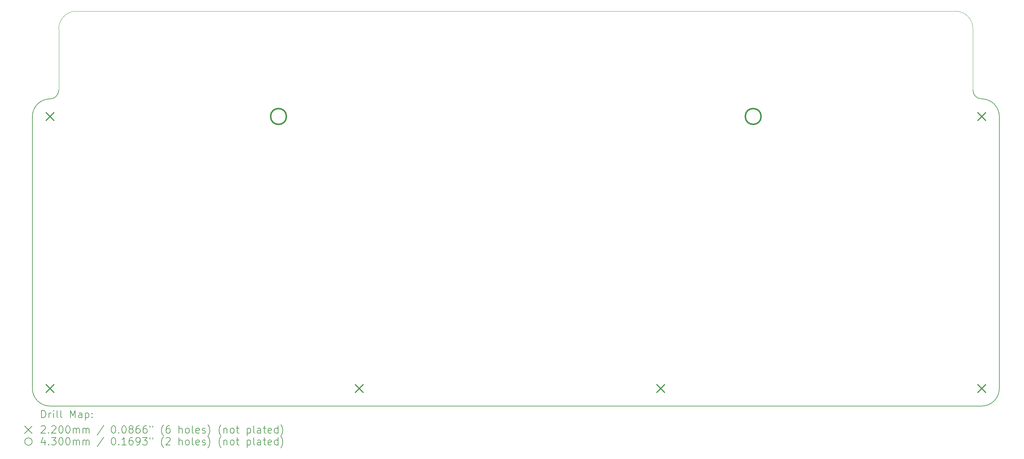
<source format=gbr>
%FSLAX45Y45*%
G04 Gerber Fmt 4.5, Leading zero omitted, Abs format (unit mm)*
G04 Created by KiCad (PCBNEW (6.0.0-0)) date 2022-04-10 14:45:40*
%MOMM*%
%LPD*%
G01*
G04 APERTURE LIST*
%TA.AperFunction,Profile*%
%ADD10C,0.150000*%
%TD*%
%TA.AperFunction,Profile*%
%ADD11C,0.100000*%
%TD*%
%ADD12C,0.200000*%
%ADD13C,0.220000*%
%ADD14C,0.430000*%
G04 APERTURE END LIST*
D10*
X2387500Y-12415000D02*
X27695000Y-12415000D01*
D11*
X27456250Y-2148750D02*
G75*
G03*
X26978750Y-1671250I-477500J0D01*
G01*
D10*
X1910000Y-11937500D02*
G75*
G03*
X2387500Y-12415000I477500J0D01*
G01*
X1910000Y-11937500D02*
X1910000Y-4536250D01*
D11*
X27456250Y-2148750D02*
X27456250Y-3820000D01*
D10*
X28172500Y-4536250D02*
G75*
G03*
X27695000Y-4058750I-477500J0D01*
G01*
X2387500Y-4058750D02*
G75*
G03*
X1910000Y-4536250I0J-477500D01*
G01*
X2387500Y-4058750D02*
G75*
G03*
X2626250Y-3820000I0J238750D01*
G01*
X28172500Y-11937500D02*
X28172500Y-4536250D01*
D11*
X2626250Y-2387500D02*
X2626250Y-2148750D01*
X3103750Y-1671250D02*
G75*
G03*
X2626250Y-2148750I0J-477500D01*
G01*
D10*
X27456250Y-3820000D02*
G75*
G03*
X27695000Y-4058750I238750J0D01*
G01*
D11*
X26978750Y-1671250D02*
X3103750Y-1671250D01*
X2626250Y-2387500D02*
X2626250Y-3820000D01*
D10*
X27695000Y-12415000D02*
G75*
G03*
X28172500Y-11937500I0J477500D01*
G01*
D12*
D13*
X2277500Y-4426250D02*
X2497500Y-4646250D01*
X2497500Y-4426250D02*
X2277500Y-4646250D01*
X2277500Y-11827500D02*
X2497500Y-12047500D01*
X2497500Y-11827500D02*
X2277500Y-12047500D01*
X10675410Y-11827500D02*
X10895410Y-12047500D01*
X10895410Y-11827500D02*
X10675410Y-12047500D01*
X18862080Y-11827500D02*
X19082080Y-12047500D01*
X19082080Y-11827500D02*
X18862080Y-12047500D01*
X27585000Y-4426250D02*
X27805000Y-4646250D01*
X27805000Y-4426250D02*
X27585000Y-4646250D01*
X27585000Y-11827500D02*
X27805000Y-12047500D01*
X27805000Y-11827500D02*
X27585000Y-12047500D01*
D14*
X8810000Y-4536250D02*
G75*
G03*
X8810000Y-4536250I-215000J0D01*
G01*
X21702500Y-4536250D02*
G75*
G03*
X21702500Y-4536250I-215000J0D01*
G01*
D12*
X2160119Y-12732976D02*
X2160119Y-12532976D01*
X2207738Y-12532976D01*
X2236310Y-12542500D01*
X2255357Y-12561548D01*
X2264881Y-12580595D01*
X2274405Y-12618690D01*
X2274405Y-12647262D01*
X2264881Y-12685357D01*
X2255357Y-12704405D01*
X2236310Y-12723452D01*
X2207738Y-12732976D01*
X2160119Y-12732976D01*
X2360119Y-12732976D02*
X2360119Y-12599643D01*
X2360119Y-12637738D02*
X2369643Y-12618690D01*
X2379167Y-12609167D01*
X2398214Y-12599643D01*
X2417262Y-12599643D01*
X2483929Y-12732976D02*
X2483929Y-12599643D01*
X2483929Y-12532976D02*
X2474405Y-12542500D01*
X2483929Y-12552024D01*
X2493452Y-12542500D01*
X2483929Y-12532976D01*
X2483929Y-12552024D01*
X2607738Y-12732976D02*
X2588690Y-12723452D01*
X2579167Y-12704405D01*
X2579167Y-12532976D01*
X2712500Y-12732976D02*
X2693452Y-12723452D01*
X2683929Y-12704405D01*
X2683929Y-12532976D01*
X2941071Y-12732976D02*
X2941071Y-12532976D01*
X3007738Y-12675833D01*
X3074405Y-12532976D01*
X3074405Y-12732976D01*
X3255357Y-12732976D02*
X3255357Y-12628214D01*
X3245833Y-12609167D01*
X3226786Y-12599643D01*
X3188690Y-12599643D01*
X3169643Y-12609167D01*
X3255357Y-12723452D02*
X3236309Y-12732976D01*
X3188690Y-12732976D01*
X3169643Y-12723452D01*
X3160119Y-12704405D01*
X3160119Y-12685357D01*
X3169643Y-12666309D01*
X3188690Y-12656786D01*
X3236309Y-12656786D01*
X3255357Y-12647262D01*
X3350595Y-12599643D02*
X3350595Y-12799643D01*
X3350595Y-12609167D02*
X3369643Y-12599643D01*
X3407738Y-12599643D01*
X3426786Y-12609167D01*
X3436309Y-12618690D01*
X3445833Y-12637738D01*
X3445833Y-12694881D01*
X3436309Y-12713928D01*
X3426786Y-12723452D01*
X3407738Y-12732976D01*
X3369643Y-12732976D01*
X3350595Y-12723452D01*
X3531548Y-12713928D02*
X3541071Y-12723452D01*
X3531548Y-12732976D01*
X3522024Y-12723452D01*
X3531548Y-12713928D01*
X3531548Y-12732976D01*
X3531548Y-12609167D02*
X3541071Y-12618690D01*
X3531548Y-12628214D01*
X3522024Y-12618690D01*
X3531548Y-12609167D01*
X3531548Y-12628214D01*
X1702500Y-12962500D02*
X1902500Y-13162500D01*
X1902500Y-12962500D02*
X1702500Y-13162500D01*
X2150595Y-12972024D02*
X2160119Y-12962500D01*
X2179167Y-12952976D01*
X2226786Y-12952976D01*
X2245833Y-12962500D01*
X2255357Y-12972024D01*
X2264881Y-12991071D01*
X2264881Y-13010119D01*
X2255357Y-13038690D01*
X2141071Y-13152976D01*
X2264881Y-13152976D01*
X2350595Y-13133928D02*
X2360119Y-13143452D01*
X2350595Y-13152976D01*
X2341071Y-13143452D01*
X2350595Y-13133928D01*
X2350595Y-13152976D01*
X2436310Y-12972024D02*
X2445833Y-12962500D01*
X2464881Y-12952976D01*
X2512500Y-12952976D01*
X2531548Y-12962500D01*
X2541071Y-12972024D01*
X2550595Y-12991071D01*
X2550595Y-13010119D01*
X2541071Y-13038690D01*
X2426786Y-13152976D01*
X2550595Y-13152976D01*
X2674405Y-12952976D02*
X2693452Y-12952976D01*
X2712500Y-12962500D01*
X2722024Y-12972024D01*
X2731548Y-12991071D01*
X2741071Y-13029167D01*
X2741071Y-13076786D01*
X2731548Y-13114881D01*
X2722024Y-13133928D01*
X2712500Y-13143452D01*
X2693452Y-13152976D01*
X2674405Y-13152976D01*
X2655357Y-13143452D01*
X2645833Y-13133928D01*
X2636310Y-13114881D01*
X2626786Y-13076786D01*
X2626786Y-13029167D01*
X2636310Y-12991071D01*
X2645833Y-12972024D01*
X2655357Y-12962500D01*
X2674405Y-12952976D01*
X2864881Y-12952976D02*
X2883928Y-12952976D01*
X2902976Y-12962500D01*
X2912500Y-12972024D01*
X2922024Y-12991071D01*
X2931548Y-13029167D01*
X2931548Y-13076786D01*
X2922024Y-13114881D01*
X2912500Y-13133928D01*
X2902976Y-13143452D01*
X2883928Y-13152976D01*
X2864881Y-13152976D01*
X2845833Y-13143452D01*
X2836309Y-13133928D01*
X2826786Y-13114881D01*
X2817262Y-13076786D01*
X2817262Y-13029167D01*
X2826786Y-12991071D01*
X2836309Y-12972024D01*
X2845833Y-12962500D01*
X2864881Y-12952976D01*
X3017262Y-13152976D02*
X3017262Y-13019643D01*
X3017262Y-13038690D02*
X3026786Y-13029167D01*
X3045833Y-13019643D01*
X3074405Y-13019643D01*
X3093452Y-13029167D01*
X3102976Y-13048214D01*
X3102976Y-13152976D01*
X3102976Y-13048214D02*
X3112500Y-13029167D01*
X3131548Y-13019643D01*
X3160119Y-13019643D01*
X3179167Y-13029167D01*
X3188690Y-13048214D01*
X3188690Y-13152976D01*
X3283928Y-13152976D02*
X3283928Y-13019643D01*
X3283928Y-13038690D02*
X3293452Y-13029167D01*
X3312500Y-13019643D01*
X3341071Y-13019643D01*
X3360119Y-13029167D01*
X3369643Y-13048214D01*
X3369643Y-13152976D01*
X3369643Y-13048214D02*
X3379167Y-13029167D01*
X3398214Y-13019643D01*
X3426786Y-13019643D01*
X3445833Y-13029167D01*
X3455357Y-13048214D01*
X3455357Y-13152976D01*
X3845833Y-12943452D02*
X3674405Y-13200595D01*
X4102976Y-12952976D02*
X4122024Y-12952976D01*
X4141071Y-12962500D01*
X4150595Y-12972024D01*
X4160119Y-12991071D01*
X4169643Y-13029167D01*
X4169643Y-13076786D01*
X4160119Y-13114881D01*
X4150595Y-13133928D01*
X4141071Y-13143452D01*
X4122024Y-13152976D01*
X4102976Y-13152976D01*
X4083928Y-13143452D01*
X4074405Y-13133928D01*
X4064881Y-13114881D01*
X4055357Y-13076786D01*
X4055357Y-13029167D01*
X4064881Y-12991071D01*
X4074405Y-12972024D01*
X4083928Y-12962500D01*
X4102976Y-12952976D01*
X4255357Y-13133928D02*
X4264881Y-13143452D01*
X4255357Y-13152976D01*
X4245833Y-13143452D01*
X4255357Y-13133928D01*
X4255357Y-13152976D01*
X4388690Y-12952976D02*
X4407738Y-12952976D01*
X4426786Y-12962500D01*
X4436310Y-12972024D01*
X4445833Y-12991071D01*
X4455357Y-13029167D01*
X4455357Y-13076786D01*
X4445833Y-13114881D01*
X4436310Y-13133928D01*
X4426786Y-13143452D01*
X4407738Y-13152976D01*
X4388690Y-13152976D01*
X4369643Y-13143452D01*
X4360119Y-13133928D01*
X4350595Y-13114881D01*
X4341071Y-13076786D01*
X4341071Y-13029167D01*
X4350595Y-12991071D01*
X4360119Y-12972024D01*
X4369643Y-12962500D01*
X4388690Y-12952976D01*
X4569643Y-13038690D02*
X4550595Y-13029167D01*
X4541071Y-13019643D01*
X4531548Y-13000595D01*
X4531548Y-12991071D01*
X4541071Y-12972024D01*
X4550595Y-12962500D01*
X4569643Y-12952976D01*
X4607738Y-12952976D01*
X4626786Y-12962500D01*
X4636310Y-12972024D01*
X4645833Y-12991071D01*
X4645833Y-13000595D01*
X4636310Y-13019643D01*
X4626786Y-13029167D01*
X4607738Y-13038690D01*
X4569643Y-13038690D01*
X4550595Y-13048214D01*
X4541071Y-13057738D01*
X4531548Y-13076786D01*
X4531548Y-13114881D01*
X4541071Y-13133928D01*
X4550595Y-13143452D01*
X4569643Y-13152976D01*
X4607738Y-13152976D01*
X4626786Y-13143452D01*
X4636310Y-13133928D01*
X4645833Y-13114881D01*
X4645833Y-13076786D01*
X4636310Y-13057738D01*
X4626786Y-13048214D01*
X4607738Y-13038690D01*
X4817262Y-12952976D02*
X4779167Y-12952976D01*
X4760119Y-12962500D01*
X4750595Y-12972024D01*
X4731548Y-13000595D01*
X4722024Y-13038690D01*
X4722024Y-13114881D01*
X4731548Y-13133928D01*
X4741071Y-13143452D01*
X4760119Y-13152976D01*
X4798214Y-13152976D01*
X4817262Y-13143452D01*
X4826786Y-13133928D01*
X4836310Y-13114881D01*
X4836310Y-13067262D01*
X4826786Y-13048214D01*
X4817262Y-13038690D01*
X4798214Y-13029167D01*
X4760119Y-13029167D01*
X4741071Y-13038690D01*
X4731548Y-13048214D01*
X4722024Y-13067262D01*
X5007738Y-12952976D02*
X4969643Y-12952976D01*
X4950595Y-12962500D01*
X4941071Y-12972024D01*
X4922024Y-13000595D01*
X4912500Y-13038690D01*
X4912500Y-13114881D01*
X4922024Y-13133928D01*
X4931548Y-13143452D01*
X4950595Y-13152976D01*
X4988690Y-13152976D01*
X5007738Y-13143452D01*
X5017262Y-13133928D01*
X5026786Y-13114881D01*
X5026786Y-13067262D01*
X5017262Y-13048214D01*
X5007738Y-13038690D01*
X4988690Y-13029167D01*
X4950595Y-13029167D01*
X4931548Y-13038690D01*
X4922024Y-13048214D01*
X4912500Y-13067262D01*
X5102976Y-12952976D02*
X5102976Y-12991071D01*
X5179167Y-12952976D02*
X5179167Y-12991071D01*
X5474405Y-13229167D02*
X5464881Y-13219643D01*
X5445833Y-13191071D01*
X5436310Y-13172024D01*
X5426786Y-13143452D01*
X5417262Y-13095833D01*
X5417262Y-13057738D01*
X5426786Y-13010119D01*
X5436310Y-12981548D01*
X5445833Y-12962500D01*
X5464881Y-12933928D01*
X5474405Y-12924405D01*
X5636309Y-12952976D02*
X5598214Y-12952976D01*
X5579167Y-12962500D01*
X5569643Y-12972024D01*
X5550595Y-13000595D01*
X5541071Y-13038690D01*
X5541071Y-13114881D01*
X5550595Y-13133928D01*
X5560119Y-13143452D01*
X5579167Y-13152976D01*
X5617262Y-13152976D01*
X5636309Y-13143452D01*
X5645833Y-13133928D01*
X5655357Y-13114881D01*
X5655357Y-13067262D01*
X5645833Y-13048214D01*
X5636309Y-13038690D01*
X5617262Y-13029167D01*
X5579167Y-13029167D01*
X5560119Y-13038690D01*
X5550595Y-13048214D01*
X5541071Y-13067262D01*
X5893452Y-13152976D02*
X5893452Y-12952976D01*
X5979167Y-13152976D02*
X5979167Y-13048214D01*
X5969643Y-13029167D01*
X5950595Y-13019643D01*
X5922024Y-13019643D01*
X5902976Y-13029167D01*
X5893452Y-13038690D01*
X6102976Y-13152976D02*
X6083928Y-13143452D01*
X6074405Y-13133928D01*
X6064881Y-13114881D01*
X6064881Y-13057738D01*
X6074405Y-13038690D01*
X6083928Y-13029167D01*
X6102976Y-13019643D01*
X6131548Y-13019643D01*
X6150595Y-13029167D01*
X6160119Y-13038690D01*
X6169643Y-13057738D01*
X6169643Y-13114881D01*
X6160119Y-13133928D01*
X6150595Y-13143452D01*
X6131548Y-13152976D01*
X6102976Y-13152976D01*
X6283928Y-13152976D02*
X6264881Y-13143452D01*
X6255357Y-13124405D01*
X6255357Y-12952976D01*
X6436309Y-13143452D02*
X6417262Y-13152976D01*
X6379167Y-13152976D01*
X6360119Y-13143452D01*
X6350595Y-13124405D01*
X6350595Y-13048214D01*
X6360119Y-13029167D01*
X6379167Y-13019643D01*
X6417262Y-13019643D01*
X6436309Y-13029167D01*
X6445833Y-13048214D01*
X6445833Y-13067262D01*
X6350595Y-13086309D01*
X6522024Y-13143452D02*
X6541071Y-13152976D01*
X6579167Y-13152976D01*
X6598214Y-13143452D01*
X6607738Y-13124405D01*
X6607738Y-13114881D01*
X6598214Y-13095833D01*
X6579167Y-13086309D01*
X6550595Y-13086309D01*
X6531548Y-13076786D01*
X6522024Y-13057738D01*
X6522024Y-13048214D01*
X6531548Y-13029167D01*
X6550595Y-13019643D01*
X6579167Y-13019643D01*
X6598214Y-13029167D01*
X6674405Y-13229167D02*
X6683928Y-13219643D01*
X6702976Y-13191071D01*
X6712500Y-13172024D01*
X6722024Y-13143452D01*
X6731548Y-13095833D01*
X6731548Y-13057738D01*
X6722024Y-13010119D01*
X6712500Y-12981548D01*
X6702976Y-12962500D01*
X6683928Y-12933928D01*
X6674405Y-12924405D01*
X7036309Y-13229167D02*
X7026786Y-13219643D01*
X7007738Y-13191071D01*
X6998214Y-13172024D01*
X6988690Y-13143452D01*
X6979167Y-13095833D01*
X6979167Y-13057738D01*
X6988690Y-13010119D01*
X6998214Y-12981548D01*
X7007738Y-12962500D01*
X7026786Y-12933928D01*
X7036309Y-12924405D01*
X7112500Y-13019643D02*
X7112500Y-13152976D01*
X7112500Y-13038690D02*
X7122024Y-13029167D01*
X7141071Y-13019643D01*
X7169643Y-13019643D01*
X7188690Y-13029167D01*
X7198214Y-13048214D01*
X7198214Y-13152976D01*
X7322024Y-13152976D02*
X7302976Y-13143452D01*
X7293452Y-13133928D01*
X7283928Y-13114881D01*
X7283928Y-13057738D01*
X7293452Y-13038690D01*
X7302976Y-13029167D01*
X7322024Y-13019643D01*
X7350595Y-13019643D01*
X7369643Y-13029167D01*
X7379167Y-13038690D01*
X7388690Y-13057738D01*
X7388690Y-13114881D01*
X7379167Y-13133928D01*
X7369643Y-13143452D01*
X7350595Y-13152976D01*
X7322024Y-13152976D01*
X7445833Y-13019643D02*
X7522024Y-13019643D01*
X7474405Y-12952976D02*
X7474405Y-13124405D01*
X7483928Y-13143452D01*
X7502976Y-13152976D01*
X7522024Y-13152976D01*
X7741071Y-13019643D02*
X7741071Y-13219643D01*
X7741071Y-13029167D02*
X7760119Y-13019643D01*
X7798214Y-13019643D01*
X7817262Y-13029167D01*
X7826786Y-13038690D01*
X7836309Y-13057738D01*
X7836309Y-13114881D01*
X7826786Y-13133928D01*
X7817262Y-13143452D01*
X7798214Y-13152976D01*
X7760119Y-13152976D01*
X7741071Y-13143452D01*
X7950595Y-13152976D02*
X7931548Y-13143452D01*
X7922024Y-13124405D01*
X7922024Y-12952976D01*
X8112500Y-13152976D02*
X8112500Y-13048214D01*
X8102976Y-13029167D01*
X8083928Y-13019643D01*
X8045833Y-13019643D01*
X8026786Y-13029167D01*
X8112500Y-13143452D02*
X8093452Y-13152976D01*
X8045833Y-13152976D01*
X8026786Y-13143452D01*
X8017262Y-13124405D01*
X8017262Y-13105357D01*
X8026786Y-13086309D01*
X8045833Y-13076786D01*
X8093452Y-13076786D01*
X8112500Y-13067262D01*
X8179167Y-13019643D02*
X8255357Y-13019643D01*
X8207738Y-12952976D02*
X8207738Y-13124405D01*
X8217262Y-13143452D01*
X8236309Y-13152976D01*
X8255357Y-13152976D01*
X8398214Y-13143452D02*
X8379167Y-13152976D01*
X8341071Y-13152976D01*
X8322024Y-13143452D01*
X8312500Y-13124405D01*
X8312500Y-13048214D01*
X8322024Y-13029167D01*
X8341071Y-13019643D01*
X8379167Y-13019643D01*
X8398214Y-13029167D01*
X8407738Y-13048214D01*
X8407738Y-13067262D01*
X8312500Y-13086309D01*
X8579167Y-13152976D02*
X8579167Y-12952976D01*
X8579167Y-13143452D02*
X8560119Y-13152976D01*
X8522024Y-13152976D01*
X8502976Y-13143452D01*
X8493452Y-13133928D01*
X8483929Y-13114881D01*
X8483929Y-13057738D01*
X8493452Y-13038690D01*
X8502976Y-13029167D01*
X8522024Y-13019643D01*
X8560119Y-13019643D01*
X8579167Y-13029167D01*
X8655357Y-13229167D02*
X8664881Y-13219643D01*
X8683929Y-13191071D01*
X8693452Y-13172024D01*
X8702976Y-13143452D01*
X8712500Y-13095833D01*
X8712500Y-13057738D01*
X8702976Y-13010119D01*
X8693452Y-12981548D01*
X8683929Y-12962500D01*
X8664881Y-12933928D01*
X8655357Y-12924405D01*
X1902500Y-13382500D02*
G75*
G03*
X1902500Y-13382500I-100000J0D01*
G01*
X2245833Y-13339643D02*
X2245833Y-13472976D01*
X2198214Y-13263452D02*
X2150595Y-13406309D01*
X2274405Y-13406309D01*
X2350595Y-13453928D02*
X2360119Y-13463452D01*
X2350595Y-13472976D01*
X2341071Y-13463452D01*
X2350595Y-13453928D01*
X2350595Y-13472976D01*
X2426786Y-13272976D02*
X2550595Y-13272976D01*
X2483929Y-13349167D01*
X2512500Y-13349167D01*
X2531548Y-13358690D01*
X2541071Y-13368214D01*
X2550595Y-13387262D01*
X2550595Y-13434881D01*
X2541071Y-13453928D01*
X2531548Y-13463452D01*
X2512500Y-13472976D01*
X2455357Y-13472976D01*
X2436310Y-13463452D01*
X2426786Y-13453928D01*
X2674405Y-13272976D02*
X2693452Y-13272976D01*
X2712500Y-13282500D01*
X2722024Y-13292024D01*
X2731548Y-13311071D01*
X2741071Y-13349167D01*
X2741071Y-13396786D01*
X2731548Y-13434881D01*
X2722024Y-13453928D01*
X2712500Y-13463452D01*
X2693452Y-13472976D01*
X2674405Y-13472976D01*
X2655357Y-13463452D01*
X2645833Y-13453928D01*
X2636310Y-13434881D01*
X2626786Y-13396786D01*
X2626786Y-13349167D01*
X2636310Y-13311071D01*
X2645833Y-13292024D01*
X2655357Y-13282500D01*
X2674405Y-13272976D01*
X2864881Y-13272976D02*
X2883928Y-13272976D01*
X2902976Y-13282500D01*
X2912500Y-13292024D01*
X2922024Y-13311071D01*
X2931548Y-13349167D01*
X2931548Y-13396786D01*
X2922024Y-13434881D01*
X2912500Y-13453928D01*
X2902976Y-13463452D01*
X2883928Y-13472976D01*
X2864881Y-13472976D01*
X2845833Y-13463452D01*
X2836309Y-13453928D01*
X2826786Y-13434881D01*
X2817262Y-13396786D01*
X2817262Y-13349167D01*
X2826786Y-13311071D01*
X2836309Y-13292024D01*
X2845833Y-13282500D01*
X2864881Y-13272976D01*
X3017262Y-13472976D02*
X3017262Y-13339643D01*
X3017262Y-13358690D02*
X3026786Y-13349167D01*
X3045833Y-13339643D01*
X3074405Y-13339643D01*
X3093452Y-13349167D01*
X3102976Y-13368214D01*
X3102976Y-13472976D01*
X3102976Y-13368214D02*
X3112500Y-13349167D01*
X3131548Y-13339643D01*
X3160119Y-13339643D01*
X3179167Y-13349167D01*
X3188690Y-13368214D01*
X3188690Y-13472976D01*
X3283928Y-13472976D02*
X3283928Y-13339643D01*
X3283928Y-13358690D02*
X3293452Y-13349167D01*
X3312500Y-13339643D01*
X3341071Y-13339643D01*
X3360119Y-13349167D01*
X3369643Y-13368214D01*
X3369643Y-13472976D01*
X3369643Y-13368214D02*
X3379167Y-13349167D01*
X3398214Y-13339643D01*
X3426786Y-13339643D01*
X3445833Y-13349167D01*
X3455357Y-13368214D01*
X3455357Y-13472976D01*
X3845833Y-13263452D02*
X3674405Y-13520595D01*
X4102976Y-13272976D02*
X4122024Y-13272976D01*
X4141071Y-13282500D01*
X4150595Y-13292024D01*
X4160119Y-13311071D01*
X4169643Y-13349167D01*
X4169643Y-13396786D01*
X4160119Y-13434881D01*
X4150595Y-13453928D01*
X4141071Y-13463452D01*
X4122024Y-13472976D01*
X4102976Y-13472976D01*
X4083928Y-13463452D01*
X4074405Y-13453928D01*
X4064881Y-13434881D01*
X4055357Y-13396786D01*
X4055357Y-13349167D01*
X4064881Y-13311071D01*
X4074405Y-13292024D01*
X4083928Y-13282500D01*
X4102976Y-13272976D01*
X4255357Y-13453928D02*
X4264881Y-13463452D01*
X4255357Y-13472976D01*
X4245833Y-13463452D01*
X4255357Y-13453928D01*
X4255357Y-13472976D01*
X4455357Y-13472976D02*
X4341071Y-13472976D01*
X4398214Y-13472976D02*
X4398214Y-13272976D01*
X4379167Y-13301548D01*
X4360119Y-13320595D01*
X4341071Y-13330119D01*
X4626786Y-13272976D02*
X4588690Y-13272976D01*
X4569643Y-13282500D01*
X4560119Y-13292024D01*
X4541071Y-13320595D01*
X4531548Y-13358690D01*
X4531548Y-13434881D01*
X4541071Y-13453928D01*
X4550595Y-13463452D01*
X4569643Y-13472976D01*
X4607738Y-13472976D01*
X4626786Y-13463452D01*
X4636310Y-13453928D01*
X4645833Y-13434881D01*
X4645833Y-13387262D01*
X4636310Y-13368214D01*
X4626786Y-13358690D01*
X4607738Y-13349167D01*
X4569643Y-13349167D01*
X4550595Y-13358690D01*
X4541071Y-13368214D01*
X4531548Y-13387262D01*
X4741071Y-13472976D02*
X4779167Y-13472976D01*
X4798214Y-13463452D01*
X4807738Y-13453928D01*
X4826786Y-13425357D01*
X4836310Y-13387262D01*
X4836310Y-13311071D01*
X4826786Y-13292024D01*
X4817262Y-13282500D01*
X4798214Y-13272976D01*
X4760119Y-13272976D01*
X4741071Y-13282500D01*
X4731548Y-13292024D01*
X4722024Y-13311071D01*
X4722024Y-13358690D01*
X4731548Y-13377738D01*
X4741071Y-13387262D01*
X4760119Y-13396786D01*
X4798214Y-13396786D01*
X4817262Y-13387262D01*
X4826786Y-13377738D01*
X4836310Y-13358690D01*
X4902976Y-13272976D02*
X5026786Y-13272976D01*
X4960119Y-13349167D01*
X4988690Y-13349167D01*
X5007738Y-13358690D01*
X5017262Y-13368214D01*
X5026786Y-13387262D01*
X5026786Y-13434881D01*
X5017262Y-13453928D01*
X5007738Y-13463452D01*
X4988690Y-13472976D01*
X4931548Y-13472976D01*
X4912500Y-13463452D01*
X4902976Y-13453928D01*
X5102976Y-13272976D02*
X5102976Y-13311071D01*
X5179167Y-13272976D02*
X5179167Y-13311071D01*
X5474405Y-13549167D02*
X5464881Y-13539643D01*
X5445833Y-13511071D01*
X5436310Y-13492024D01*
X5426786Y-13463452D01*
X5417262Y-13415833D01*
X5417262Y-13377738D01*
X5426786Y-13330119D01*
X5436310Y-13301548D01*
X5445833Y-13282500D01*
X5464881Y-13253928D01*
X5474405Y-13244405D01*
X5541071Y-13292024D02*
X5550595Y-13282500D01*
X5569643Y-13272976D01*
X5617262Y-13272976D01*
X5636309Y-13282500D01*
X5645833Y-13292024D01*
X5655357Y-13311071D01*
X5655357Y-13330119D01*
X5645833Y-13358690D01*
X5531548Y-13472976D01*
X5655357Y-13472976D01*
X5893452Y-13472976D02*
X5893452Y-13272976D01*
X5979167Y-13472976D02*
X5979167Y-13368214D01*
X5969643Y-13349167D01*
X5950595Y-13339643D01*
X5922024Y-13339643D01*
X5902976Y-13349167D01*
X5893452Y-13358690D01*
X6102976Y-13472976D02*
X6083928Y-13463452D01*
X6074405Y-13453928D01*
X6064881Y-13434881D01*
X6064881Y-13377738D01*
X6074405Y-13358690D01*
X6083928Y-13349167D01*
X6102976Y-13339643D01*
X6131548Y-13339643D01*
X6150595Y-13349167D01*
X6160119Y-13358690D01*
X6169643Y-13377738D01*
X6169643Y-13434881D01*
X6160119Y-13453928D01*
X6150595Y-13463452D01*
X6131548Y-13472976D01*
X6102976Y-13472976D01*
X6283928Y-13472976D02*
X6264881Y-13463452D01*
X6255357Y-13444405D01*
X6255357Y-13272976D01*
X6436309Y-13463452D02*
X6417262Y-13472976D01*
X6379167Y-13472976D01*
X6360119Y-13463452D01*
X6350595Y-13444405D01*
X6350595Y-13368214D01*
X6360119Y-13349167D01*
X6379167Y-13339643D01*
X6417262Y-13339643D01*
X6436309Y-13349167D01*
X6445833Y-13368214D01*
X6445833Y-13387262D01*
X6350595Y-13406309D01*
X6522024Y-13463452D02*
X6541071Y-13472976D01*
X6579167Y-13472976D01*
X6598214Y-13463452D01*
X6607738Y-13444405D01*
X6607738Y-13434881D01*
X6598214Y-13415833D01*
X6579167Y-13406309D01*
X6550595Y-13406309D01*
X6531548Y-13396786D01*
X6522024Y-13377738D01*
X6522024Y-13368214D01*
X6531548Y-13349167D01*
X6550595Y-13339643D01*
X6579167Y-13339643D01*
X6598214Y-13349167D01*
X6674405Y-13549167D02*
X6683928Y-13539643D01*
X6702976Y-13511071D01*
X6712500Y-13492024D01*
X6722024Y-13463452D01*
X6731548Y-13415833D01*
X6731548Y-13377738D01*
X6722024Y-13330119D01*
X6712500Y-13301548D01*
X6702976Y-13282500D01*
X6683928Y-13253928D01*
X6674405Y-13244405D01*
X7036309Y-13549167D02*
X7026786Y-13539643D01*
X7007738Y-13511071D01*
X6998214Y-13492024D01*
X6988690Y-13463452D01*
X6979167Y-13415833D01*
X6979167Y-13377738D01*
X6988690Y-13330119D01*
X6998214Y-13301548D01*
X7007738Y-13282500D01*
X7026786Y-13253928D01*
X7036309Y-13244405D01*
X7112500Y-13339643D02*
X7112500Y-13472976D01*
X7112500Y-13358690D02*
X7122024Y-13349167D01*
X7141071Y-13339643D01*
X7169643Y-13339643D01*
X7188690Y-13349167D01*
X7198214Y-13368214D01*
X7198214Y-13472976D01*
X7322024Y-13472976D02*
X7302976Y-13463452D01*
X7293452Y-13453928D01*
X7283928Y-13434881D01*
X7283928Y-13377738D01*
X7293452Y-13358690D01*
X7302976Y-13349167D01*
X7322024Y-13339643D01*
X7350595Y-13339643D01*
X7369643Y-13349167D01*
X7379167Y-13358690D01*
X7388690Y-13377738D01*
X7388690Y-13434881D01*
X7379167Y-13453928D01*
X7369643Y-13463452D01*
X7350595Y-13472976D01*
X7322024Y-13472976D01*
X7445833Y-13339643D02*
X7522024Y-13339643D01*
X7474405Y-13272976D02*
X7474405Y-13444405D01*
X7483928Y-13463452D01*
X7502976Y-13472976D01*
X7522024Y-13472976D01*
X7741071Y-13339643D02*
X7741071Y-13539643D01*
X7741071Y-13349167D02*
X7760119Y-13339643D01*
X7798214Y-13339643D01*
X7817262Y-13349167D01*
X7826786Y-13358690D01*
X7836309Y-13377738D01*
X7836309Y-13434881D01*
X7826786Y-13453928D01*
X7817262Y-13463452D01*
X7798214Y-13472976D01*
X7760119Y-13472976D01*
X7741071Y-13463452D01*
X7950595Y-13472976D02*
X7931548Y-13463452D01*
X7922024Y-13444405D01*
X7922024Y-13272976D01*
X8112500Y-13472976D02*
X8112500Y-13368214D01*
X8102976Y-13349167D01*
X8083928Y-13339643D01*
X8045833Y-13339643D01*
X8026786Y-13349167D01*
X8112500Y-13463452D02*
X8093452Y-13472976D01*
X8045833Y-13472976D01*
X8026786Y-13463452D01*
X8017262Y-13444405D01*
X8017262Y-13425357D01*
X8026786Y-13406309D01*
X8045833Y-13396786D01*
X8093452Y-13396786D01*
X8112500Y-13387262D01*
X8179167Y-13339643D02*
X8255357Y-13339643D01*
X8207738Y-13272976D02*
X8207738Y-13444405D01*
X8217262Y-13463452D01*
X8236309Y-13472976D01*
X8255357Y-13472976D01*
X8398214Y-13463452D02*
X8379167Y-13472976D01*
X8341071Y-13472976D01*
X8322024Y-13463452D01*
X8312500Y-13444405D01*
X8312500Y-13368214D01*
X8322024Y-13349167D01*
X8341071Y-13339643D01*
X8379167Y-13339643D01*
X8398214Y-13349167D01*
X8407738Y-13368214D01*
X8407738Y-13387262D01*
X8312500Y-13406309D01*
X8579167Y-13472976D02*
X8579167Y-13272976D01*
X8579167Y-13463452D02*
X8560119Y-13472976D01*
X8522024Y-13472976D01*
X8502976Y-13463452D01*
X8493452Y-13453928D01*
X8483929Y-13434881D01*
X8483929Y-13377738D01*
X8493452Y-13358690D01*
X8502976Y-13349167D01*
X8522024Y-13339643D01*
X8560119Y-13339643D01*
X8579167Y-13349167D01*
X8655357Y-13549167D02*
X8664881Y-13539643D01*
X8683929Y-13511071D01*
X8693452Y-13492024D01*
X8702976Y-13463452D01*
X8712500Y-13415833D01*
X8712500Y-13377738D01*
X8702976Y-13330119D01*
X8693452Y-13301548D01*
X8683929Y-13282500D01*
X8664881Y-13253928D01*
X8655357Y-13244405D01*
M02*

</source>
